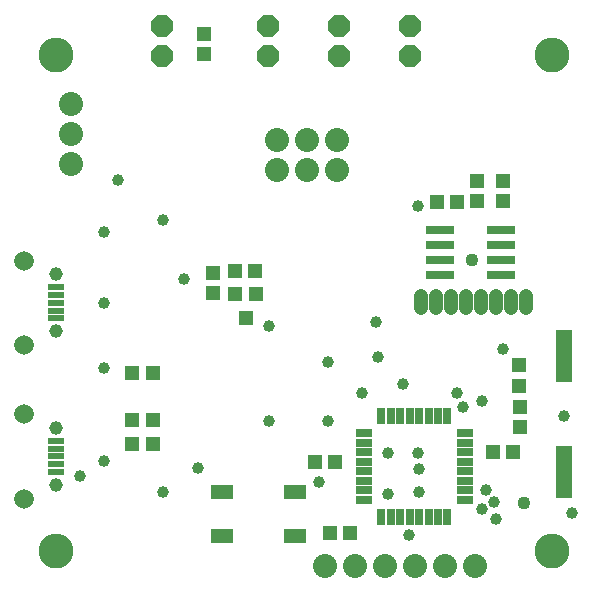
<source format=gts>
G75*
%MOIN*%
%OFA0B0*%
%FSLAX25Y25*%
%IPPOS*%
%LPD*%
%AMOC8*
5,1,8,0,0,1.08239X$1,22.5*
%
%ADD10C,0.11624*%
%ADD11R,0.04537X0.04931*%
%ADD12R,0.04931X0.04537*%
%ADD13C,0.08000*%
%ADD14C,0.06537*%
%ADD15C,0.04569*%
%ADD16R,0.05324X0.02175*%
%ADD17OC8,0.07200*%
%ADD18R,0.07687X0.04931*%
%ADD19R,0.09261X0.02962*%
%ADD20R,0.05600X0.02800*%
%ADD21R,0.02800X0.05600*%
%ADD22R,0.04600X0.05100*%
%ADD23R,0.05324X0.17529*%
%ADD24C,0.04600*%
%ADD25C,0.04362*%
%ADD26C,0.03969*%
D10*
X0025322Y0025322D03*
X0025322Y0190676D03*
X0190676Y0190676D03*
X0190676Y0025322D03*
D11*
X0179875Y0066633D03*
X0179875Y0073326D03*
X0179631Y0080431D03*
X0179631Y0087123D03*
X0174134Y0141796D03*
X0174134Y0148489D03*
X0165611Y0148475D03*
X0165611Y0141782D03*
X0158907Y0141640D03*
X0152215Y0141640D03*
X0091688Y0118579D03*
X0084995Y0118579D03*
X0077372Y0117901D03*
X0077372Y0111208D03*
X0057370Y0084504D03*
X0050677Y0084504D03*
X0050677Y0069010D03*
X0057370Y0069010D03*
D12*
X0057370Y0060882D03*
X0050677Y0060882D03*
X0111637Y0055040D03*
X0118330Y0055040D03*
X0116538Y0031345D03*
X0123230Y0031345D03*
X0170762Y0058178D03*
X0177455Y0058178D03*
X0074523Y0190811D03*
X0074523Y0197504D03*
D13*
X0098705Y0162141D03*
X0098705Y0152141D03*
X0108705Y0152141D03*
X0108705Y0162141D03*
X0118705Y0162141D03*
X0118705Y0152141D03*
X0030292Y0154263D03*
X0030292Y0164263D03*
X0030292Y0174263D03*
X0115020Y0020314D03*
X0125020Y0020314D03*
X0135020Y0020314D03*
X0145020Y0020314D03*
X0155020Y0020314D03*
X0165020Y0020314D03*
D14*
X0014495Y0042743D03*
X0014495Y0070893D03*
X0014495Y0093924D03*
X0014495Y0122074D03*
D15*
X0025125Y0117448D03*
X0025125Y0098550D03*
X0025125Y0066267D03*
X0025125Y0047369D03*
D16*
X0025322Y0051700D03*
X0025322Y0054259D03*
X0025322Y0056818D03*
X0025322Y0059377D03*
X0025322Y0061936D03*
X0025322Y0102881D03*
X0025322Y0105440D03*
X0025322Y0107999D03*
X0025322Y0110558D03*
X0025322Y0113117D03*
D17*
X0060501Y0190375D03*
X0060501Y0200375D03*
X0095934Y0200375D03*
X0095934Y0190375D03*
X0119556Y0190375D03*
X0119556Y0200375D03*
X0143178Y0200375D03*
X0143178Y0190375D03*
D18*
X0104946Y0044934D03*
X0104946Y0030367D03*
X0080536Y0030367D03*
X0080536Y0044934D03*
D19*
X0153151Y0117308D03*
X0153151Y0122308D03*
X0153151Y0127308D03*
X0153151Y0132308D03*
X0173623Y0132308D03*
X0173623Y0127308D03*
X0173623Y0122308D03*
X0173623Y0117308D03*
D20*
X0161550Y0064480D03*
X0161550Y0061331D03*
X0161550Y0058181D03*
X0161550Y0055031D03*
X0161550Y0051882D03*
X0161550Y0048732D03*
X0161550Y0045583D03*
X0161550Y0042433D03*
X0127750Y0042433D03*
X0127750Y0045583D03*
X0127750Y0048732D03*
X0127750Y0051882D03*
X0127750Y0055031D03*
X0127750Y0058181D03*
X0127750Y0061331D03*
X0127750Y0064480D03*
D21*
X0133627Y0070357D03*
X0136776Y0070357D03*
X0139926Y0070357D03*
X0143076Y0070357D03*
X0146225Y0070357D03*
X0149375Y0070357D03*
X0152524Y0070357D03*
X0155674Y0070357D03*
X0155674Y0036557D03*
X0152524Y0036557D03*
X0149375Y0036557D03*
X0146225Y0036557D03*
X0143076Y0036557D03*
X0139926Y0036557D03*
X0136776Y0036557D03*
X0133627Y0036557D03*
D22*
X0088444Y0102791D03*
X0091944Y0110791D03*
X0084944Y0110791D03*
D23*
X0194523Y0090263D03*
X0194523Y0051680D03*
D24*
X0181823Y0106158D02*
X0181823Y0110158D01*
X0176823Y0110158D02*
X0176823Y0106158D01*
X0171823Y0106158D02*
X0171823Y0110158D01*
X0166823Y0110158D02*
X0166823Y0106158D01*
X0161823Y0106158D02*
X0161823Y0110158D01*
X0156823Y0110158D02*
X0156823Y0106158D01*
X0151823Y0106158D02*
X0151823Y0110158D01*
X0146823Y0110158D02*
X0146823Y0106158D01*
D25*
X0163739Y0122179D03*
X0181278Y0041197D03*
D26*
X0171293Y0041508D03*
X0167181Y0039165D03*
X0171722Y0035974D03*
X0168574Y0045574D03*
X0146226Y0045007D03*
X0146226Y0052627D03*
X0145972Y0057834D03*
X0135812Y0057834D03*
X0135939Y0044372D03*
X0142774Y0030574D03*
X0112952Y0048436D03*
X0115873Y0068629D03*
X0127174Y0077974D03*
X0132574Y0089974D03*
X0140974Y0080974D03*
X0158974Y0077974D03*
X0160774Y0073174D03*
X0167054Y0075360D03*
X0174293Y0092759D03*
X0194359Y0070280D03*
X0197280Y0037895D03*
X0131748Y0101649D03*
X0115873Y0088314D03*
X0096188Y0100125D03*
X0067994Y0115873D03*
X0060755Y0135558D03*
X0045896Y0149020D03*
X0041070Y0131621D03*
X0041070Y0107999D03*
X0041070Y0086177D03*
X0041070Y0055355D03*
X0033196Y0050214D03*
X0060755Y0045007D03*
X0072566Y0052881D03*
X0096188Y0068629D03*
X0145774Y0140374D03*
M02*

</source>
